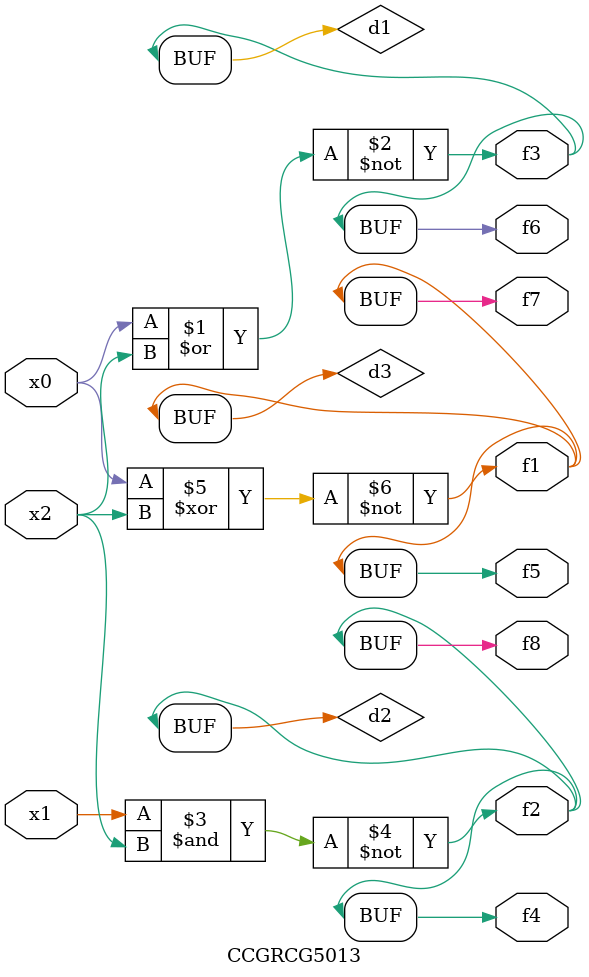
<source format=v>
module CCGRCG5013(
	input x0, x1, x2,
	output f1, f2, f3, f4, f5, f6, f7, f8
);

	wire d1, d2, d3;

	nor (d1, x0, x2);
	nand (d2, x1, x2);
	xnor (d3, x0, x2);
	assign f1 = d3;
	assign f2 = d2;
	assign f3 = d1;
	assign f4 = d2;
	assign f5 = d3;
	assign f6 = d1;
	assign f7 = d3;
	assign f8 = d2;
endmodule

</source>
